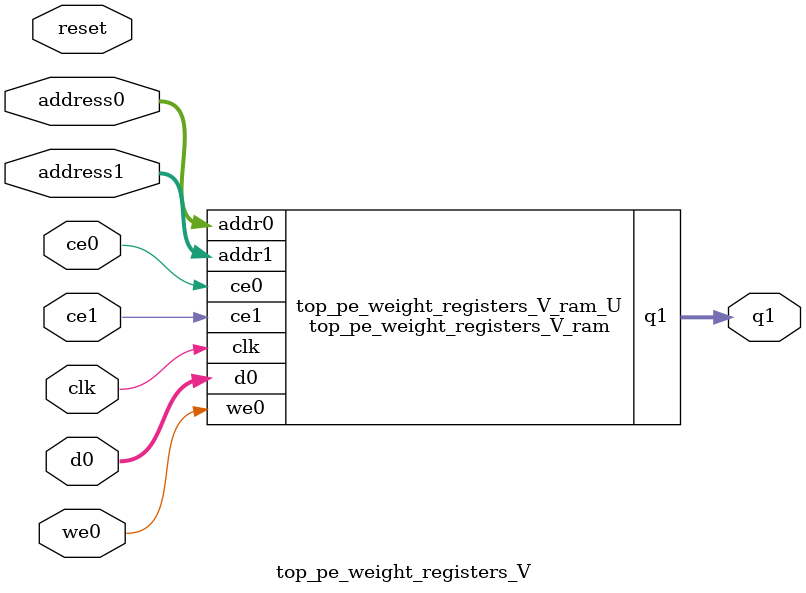
<source format=v>
`timescale 1 ns / 1 ps
module top_pe_weight_registers_V_ram (addr0, ce0, d0, we0, addr1, ce1, q1,  clk);

parameter DWIDTH = 8;
parameter AWIDTH = 4;
parameter MEM_SIZE = 9;

input[AWIDTH-1:0] addr0;
input ce0;
input[DWIDTH-1:0] d0;
input we0;
input[AWIDTH-1:0] addr1;
input ce1;
output reg[DWIDTH-1:0] q1;
input clk;

(* ram_style = "distributed" *)reg [DWIDTH-1:0] ram[0:MEM_SIZE-1];




always @(posedge clk)  
begin 
    if (ce0) begin
        if (we0) 
            ram[addr0] <= d0; 
    end
end


always @(posedge clk)  
begin 
    if (ce1) begin
        q1 <= ram[addr1];
    end
end


endmodule

`timescale 1 ns / 1 ps
module top_pe_weight_registers_V(
    reset,
    clk,
    address0,
    ce0,
    we0,
    d0,
    address1,
    ce1,
    q1);

parameter DataWidth = 32'd8;
parameter AddressRange = 32'd9;
parameter AddressWidth = 32'd4;
input reset;
input clk;
input[AddressWidth - 1:0] address0;
input ce0;
input we0;
input[DataWidth - 1:0] d0;
input[AddressWidth - 1:0] address1;
input ce1;
output[DataWidth - 1:0] q1;



top_pe_weight_registers_V_ram top_pe_weight_registers_V_ram_U(
    .clk( clk ),
    .addr0( address0 ),
    .ce0( ce0 ),
    .we0( we0 ),
    .d0( d0 ),
    .addr1( address1 ),
    .ce1( ce1 ),
    .q1( q1 ));

endmodule


</source>
